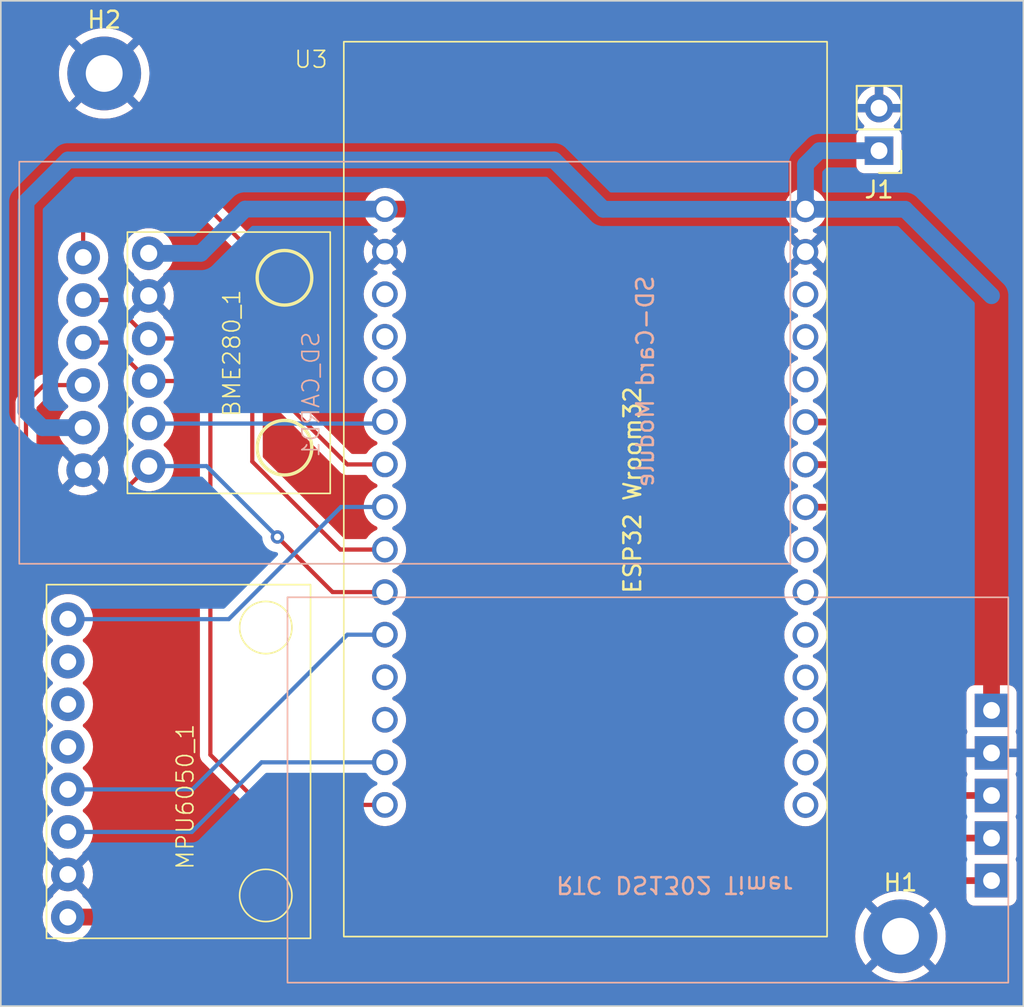
<source format=kicad_pcb>
(kicad_pcb (version 20221018) (generator pcbnew)
  (layers (0 "F.Cu" signal) (31 "B.Cu" signal) (34 "B.Paste" user) (35 "F.Paste" user) (36 "B.SilkS" user "B.Silkscreen") (37 "F.SilkS" user "F.Silkscreen") (38 "B.Mask" user) (39 "F.Mask" user) (44 "Edge.Cuts" user))
  (net 0 "")
  (net 1 "+3V3")
  (net 2 "GND")
  (net 3 "/SCK")
  (net 4 "/MOSI")
  (net 5 "/BME_CS")
  (net 6 "/MISO")
  (net 7 "/SCL")
  (net 8 "/SDA")
  (net 11 "/MPU_ADD")
  (net 12 "/MPU_INT")
  (net 13 "+5V")
  (net 14 "/RTC_CLK")
  (net 15 "/RTC_DAT")
  (net 16 "/RTC_RST")
  (net 17 "/SD_CS")
  (footprint "Adafruit_Sensors:MPU6050" (layer "F.Cu") (at 133.725 106.955 90)
    (fp_text reference "MPU6050_1" (at 8.455 8.275 90 unlocked) (layer "F.SilkS") (effects (font (thickness 0.1))))
    (fp_text value "~")
    (fp_rect (start 0 0) (end 21.11 15.75) (stroke (width 0.1)) (fill none) (layer "F.SilkS"))
    (fp_circle (center 2.56 13.08) (end 4.12 13.08) (stroke (width 0.1)) (fill none) (layer "F.SilkS"))
    (fp_circle (center 18.55 13.08) (end 20.11 13.08) (stroke (width 0.1)) (fill none) (layer "F.SilkS"))
    (pad "1" thru_hole circle (at 1.27 1.27 90) (size 2 2) (drill 1) (layers "*.Cu" "*.Mask") (net 1 "+3V3"))
    (pad "2" thru_hole circle (at 3.81 1.27 90) (size 2 2) (drill 1) (layers "*.Cu" "*.Mask") (net 2 "GND"))
    (pad "3" thru_hole circle (at 6.35 1.27 90) (size 2 2) (drill 1) (layers "*.Cu" "*.Mask") (net 7 "/SCL"))
    (pad "4" thru_hole circle (at 8.89 1.27 90) (size 2 2) (drill 1) (layers "*.Cu" "*.Mask") (net 8 "/SDA"))
    (pad "5" thru_hole circle (at 11.43 1.27 90) (size 2 2) (drill 1) (layers "*.Cu" "*.Mask"))
    (pad "6" thru_hole circle (at 13.97 1.27 90) (size 2 2) (drill 1) (layers "*.Cu" "*.Mask"))
    (pad "7" thru_hole circle (at 16.51 1.27 90) (size 2 2) (drill 1) (layers "*.Cu" "*.Mask") (net 11 "/MPU_ADD"))
    (pad "8" thru_hole circle (at 19.05 1.27 90) (size 2 2) (drill 1) (layers "*.Cu" "*.Mask") (net 12 "/MPU_INT"))
  )
  (footprint "Connector_PinHeader_2.54mm:PinHeader_1x02_P2.54mm_Vertical" (layer "F.Cu") (at 183.388 59.944 180)
    (fp_text reference "J1" (at 0 -2.33) (layer "F.SilkS"))
    (fp_text value "Conn_01x02_Pin")
    (fp_line (start -1.33 -1.33) (end 0 -1.33) (stroke (width 0.12)) (layer "F.SilkS"))
    (fp_line (start -1.33 0) (end -1.33 -1.33) (stroke (width 0.12)) (layer "F.SilkS"))
    (fp_line (start -1.33 1.27) (end -1.33 3.87) (stroke (width 0.12)) (layer "F.SilkS"))
    (fp_line (start -1.33 1.27) (end 1.33 1.27) (stroke (width 0.12)) (layer "F.SilkS"))
    (fp_line (start -1.33 3.87) (end 1.33 3.87) (stroke (width 0.12)) (layer "F.SilkS"))
    (fp_line (start 1.33 1.27) (end 1.33 3.87) (stroke (width 0.12)) (layer "F.SilkS"))
    (pad "1" thru_hole rect (at 0 0 180) (size 1.7 1.7) (drill 1) (layers "*.Cu" "*.Mask") (net 13 "+5V"))
    (pad "2" thru_hole oval (at 0 2.54 180) (size 1.7 1.7) (drill 1) (layers "*.Cu" "*.Mask") (net 2 "GND"))
  )
  (footprint "ESP32-C3-DEVKITC-02:ESP32-WROOM-32" (layer "F.Cu") (at 151.46 53.44)
    (fp_text reference "U3" (at -1.96 1.06 unlocked) (layer "F.SilkS") (effects (font (thickness 0.1))))
    (fp_text value "~")
    (fp_rect (start 0 0) (end 28.83 53.41) (stroke (width 0.1)) (fill none) (layer "F.SilkS"))
    (pad "1" thru_hole circle (at 2.45 9.99) (size 1.53 1.53) (drill 1.02) (layers "*.Cu" "*.Mask") (net 1 "+3V3"))
    (pad "2" thru_hole circle (at 2.45 12.53) (size 1.53 1.53) (drill 1.02) (layers "*.Cu" "*.Mask") (net 2 "GND"))
    (pad "3" thru_hole circle (at 2.45 15.07) (size 1.53 1.53) (drill 1.02) (layers "*.Cu" "*.Mask"))
    (pad "4" thru_hole circle (at 2.45 17.61) (size 1.53 1.53) (drill 1.02) (layers "*.Cu" "*.Mask"))
    (pad "5" thru_hole circle (at 2.45 20.15) (size 1.53 1.53) (drill 1.02) (layers "*.Cu" "*.Mask"))
    (pad "6" thru_hole circle (at 2.45 22.69) (size 1.53 1.53) (drill 1.02) (layers "*.Cu" "*.Mask") (net 5 "/BME_CS"))
    (pad "7" thru_hole circle (at 2.45 25.23) (size 1.53 1.53) (drill 1.02) (layers "*.Cu" "*.Mask") (net 17 "/SD_CS"))
    (pad "8" thru_hole circle (at 2.45 27.77) (size 1.53 1.53) (drill 1.02) (layers "*.Cu" "*.Mask") (net 12 "/MPU_INT"))
    (pad "9" thru_hole circle (at 2.45 30.31) (size 1.53 1.53) (drill 1.02) (layers "*.Cu" "*.Mask") (net 3 "/SCK"))
    (pad "10" thru_hole circle (at 2.45 32.85) (size 1.53 1.53) (drill 1.02) (layers "*.Cu" "*.Mask") (net 6 "/MISO"))
    (pad "11" thru_hole circle (at 2.45 35.39) (size 1.53 1.53) (drill 1.02) (layers "*.Cu" "*.Mask") (net 8 "/SDA"))
    (pad "12" thru_hole circle (at 2.45 37.93) (size 1.53 1.53) (drill 1.02) (layers "*.Cu" "*.Mask"))
    (pad "13" thru_hole circle (at 2.45 40.47) (size 1.53 1.53) (drill 1.02) (layers "*.Cu" "*.Mask"))
    (pad "14" thru_hole circle (at 2.45 43.01) (size 1.53 1.53) (drill 1.02) (layers "*.Cu" "*.Mask") (net 7 "/SCL"))
    (pad "15" thru_hole circle (at 2.45 45.55) (size 1.53 1.53) (drill 1.02) (layers "*.Cu" "*.Mask") (net 4 "/MOSI"))
    (pad "16" thru_hole circle (at 27.54 10) (size 1.53 1.53) (drill 1.02) (layers "*.Cu" "*.Mask") (net 13 "+5V"))
    (pad "17" thru_hole circle (at 27.54 12.54) (size 1.53 1.53) (drill 1.02) (layers "*.Cu" "*.Mask") (net 2 "GND"))
    (pad "18" thru_hole circle (at 27.54 15.08) (size 1.53 1.53) (drill 1.02) (layers "*.Cu" "*.Mask"))
    (pad "19" thru_hole circle (at 27.54 17.62) (size 1.53 1.53) (drill 1.02) (layers "*.Cu" "*.Mask"))
    (pad "20" thru_hole circle (at 27.54 20.16) (size 1.53 1.53) (drill 1.02) (layers "*.Cu" "*.Mask"))
    (pad "21" thru_hole circle (at 27.54 22.7) (size 1.53 1.53) (drill 1.02) (layers "*.Cu" "*.Mask") (net 14 "/RTC_CLK"))
    (pad "22" thru_hole circle (at 27.54 25.24) (size 1.53 1.53) (drill 1.02) (layers "*.Cu" "*.Mask") (net 15 "/RTC_DAT"))
    (pad "23" thru_hole circle (at 27.54 27.78) (size 1.53 1.53) (drill 1.02) (layers "*.Cu" "*.Mask") (net 16 "/RTC_RST"))
    (pad "24" thru_hole circle (at 27.54 30.32) (size 1.53 1.53) (drill 1.02) (layers "*.Cu" "*.Mask"))
    (pad "25" thru_hole circle (at 27.54 32.86) (size 1.53 1.53) (drill 1.02) (layers "*.Cu" "*.Mask"))
    (pad "26" thru_hole circle (at 27.54 35.4) (size 1.53 1.53) (drill 1.02) (layers "*.Cu" "*.Mask"))
    (pad "27" thru_hole circle (at 27.54 37.94) (size 1.53 1.53) (drill 1.02) (layers "*.Cu" "*.Mask"))
    (pad "28" thru_hole circle (at 27.54 40.48) (size 1.53 1.53) (drill 1.02) (layers "*.Cu" "*.Mask"))
    (pad "29" thru_hole circle (at 27.54 43.02) (size 1.53 1.53) (drill 1.02) (layers "*.Cu" "*.Mask"))
    (pad "30" thru_hole circle (at 27.54 45.56) (size 1.53 1.53) (drill 1.02) (layers "*.Cu" "*.Mask"))
  )
  (footprint "MountingHole:MountingHole_2.2mm_M2_Pad" (layer "F.Cu") (at 137.166726 55.333274)
    (fp_text reference "H2" (at 0 -3.2) (layer "F.SilkS"))
    (fp_text value "MountingHole_Pad")
    (pad "1" thru_hole circle (at 0 0) (size 4.4 4.4) (drill 2.2) (layers "*.Cu" "*.Mask") (net 2 "GND"))
  )
  (footprint "MountingHole:MountingHole_2.2mm_M2_Pad" (layer "F.Cu") (at 184.666726 106.833274)
    (fp_text reference "H1" (at 0 -3.2) (layer "F.SilkS"))
    (fp_text value "MountingHole_Pad")
    (pad "1" thru_hole circle (at 0 0) (size 4.4 4.4) (drill 2.2) (layers "*.Cu" "*.Mask") (net 2 "GND"))
  )
  (footprint "Adafruit_Sensors:BME280" (layer "F.Cu") (at 138.55 64.8 -90)
    (fp_text reference "BME280_1" (at 7.2344 -6.23 90 unlocked) (layer "F.SilkS") (effects (font (thickness 0.1))))
    (fp_text value "~")
    (fp_rect (start 15.6 -12.1) (end 0 0) (stroke (width 0.1)) (fill none) (layer "F.SilkS"))
    (fp_circle (center 2.73 -9.37) (end 4.36 -9.37) (stroke (width 0.2)) (fill none) (layer "F.SilkS"))
    (fp_circle (center 12.87 -9.37) (end 14.5 -9.37) (stroke (width 0.2)) (fill none) (layer "F.SilkS"))
    (pad "1" thru_hole circle (at 1.27 -1.27 270) (size 2 2) (drill 1.02) (layers "*.Cu" "*.Mask") (net 1 "+3V3"))
    (pad "2" thru_hole circle (at 3.81 -1.27 270) (size 2 2) (drill 1.02) (layers "*.Cu" "*.Mask") (net 2 "GND"))
    (pad "3" thru_hole circle (at 6.35 -1.27 270) (size 2 2) (drill 1.02) (layers "*.Cu" "*.Mask") (net 3 "/SCK"))
    (pad "4" thru_hole circle (at 8.89 -1.27 270) (size 2 2) (drill 1.02) (layers "*.Cu" "*.Mask") (net 4 "/MOSI"))
    (pad "5" thru_hole circle (at 11.43 -1.27 270) (size 2 2) (drill 1.02) (layers "*.Cu" "*.Mask") (net 5 "/BME_CS"))
    (pad "6" thru_hole circle (at 13.97 -1.27 270) (size 2 2) (drill 1.02) (layers "*.Cu" "*.Mask") (net 6 "/MISO"))
  )
  (footprint "Adafruit_Sensors:DS1302_RTC_MODULE" (layer "B.Cu") (at 148.1 86.6 -90)
    (fp_text reference "RTC_DS1302_1" hide)
    (fp_text value "~")
    (fp_rect (start 0 0) (end 23 -43) (stroke (width 0.1)) (fill none) (layer "B.SilkS"))
    (pad "1" thru_hole rect (at 6.75 -42 270) (size 2 2) (drill 1) (layers "*.Cu" "*.Mask") (net 13 "+5V"))
    (pad "2" thru_hole rect (at 9.29 -42 270) (size 2 2) (drill 1) (layers "*.Cu" "*.Mask") (net 2 "GND"))
    (pad "3" thru_hole rect (at 11.83 -42 270) (size 2 2) (drill 1) (layers "*.Cu" "*.Mask") (net 14 "/RTC_CLK"))
    (pad "4" thru_hole rect (at 14.37 -42 270) (size 2 2) (drill 1) (layers "*.Cu" "*.Mask") (net 15 "/RTC_DAT"))
    (pad "5" thru_hole rect (at 16.91 -42 270) (size 2 2) (drill 1) (layers "*.Cu" "*.Mask") (net 16 "/RTC_RST"))
  )
  (footprint "Adafruit_Sensors:SDCard" (layer "B.Cu") (at 132.1 60.6 -90)
    (fp_text reference "SD_CARD1" (at 13.9 -17.4 90 unlocked) (layer "B.SilkS") (effects (font (thickness 0.1)) (justify mirror)))
    (fp_text value "~")
    (fp_rect (start 0 0) (end 24 -46) (stroke (width 0.1)) (fill none) (layer "B.SilkS"))
    (pad "1" thru_hole circle (at 5.715 -3.81 270) (size 2 2) (drill 1) (layers "*.Cu" "*.Mask") (net 17 "/SD_CS"))
    (pad "2" thru_hole circle (at 8.255 -3.81 270) (size 2 2) (drill 1) (layers "*.Cu" "*.Mask") (net 3 "/SCK"))
    (pad "3" thru_hole circle (at 10.795 -3.81 270) (size 2 2) (drill 1) (layers "*.Cu" "*.Mask") (net 4 "/MOSI"))
    (pad "4" thru_hole circle (at 13.335 -3.81 270) (size 2 2) (drill 1) (layers "*.Cu" "*.Mask") (net 6 "/MISO"))
    (pad "5" thru_hole circle (at 15.875 -3.81 270) (size 2 2) (drill 1) (layers "*.Cu" "*.Mask") (net 13 "+5V"))
    (pad "6" thru_hole circle (at 18.415 -3.81 270) (size 2 2) (drill 1) (layers "*.Cu" "*.Mask") (net 2 "GND"))
  )
  (gr_rect (start 131 51) (end 192 111) (stroke (width 0.1)) (fill none) (layer "Edge.Cuts"))
  (gr_text "RTC DS1302 Timer " (at 164.0332 103.1748 180) (layer "B.SilkS") (effects (font (size 1 1)) (justify left bottom mirror)))
  (gr_text "SD-Card Module\n" (at 170.0276 67.31 90) (layer "B.SilkS") (effects (font (size 1 1)) (justify left bottom mirror)))
  (gr_text "ESP32 Wroom32 \n" (at 169.2656 86.4616 90) (layer "F.SilkS") (effects (font (size 1 1)) (justify left bottom)))
  (segment (start 154.315 105.685) (end 164.5 95.5) (width 1) (layer "F.Cu") (net 1))
  (segment (start 156.93 63.43) (end 153.91 63.43) (width 1) (layer "F.Cu") (net 1))
  (segment (start 134.995 105.685) (end 154.315 105.685) (width 1) (layer "F.Cu") (net 1))
  (segment (start 164.5 71) (end 156.93 63.43) (width 1) (layer "F.Cu") (net 1))
  (segment (start 164.5 95.5) (end 164.5 71) (width 1) (layer "F.Cu") (net 1))
  (segment (start 142.93 66.07) (end 145.57 63.43) (width 1) (layer "B.Cu") (net 1))
  (segment (start 145.57 63.43) (end 153.91 63.43) (width 1) (layer "B.Cu") (net 1))
  (segment (start 139.82 66.07) (end 142.93 66.07) (width 1) (layer "B.Cu") (net 1))
  (segment (start 151.25 83.75) (end 146 78.5) (width 0.25) (layer "F.Cu") (net 3))
  (segment (start 137.525 68.855) (end 139.82 71.15) (width 0.25) (layer "F.Cu") (net 3))
  (segment (start 146 78.5) (end 146 74.5) (width 0.25) (layer "F.Cu") (net 3))
  (segment (start 153.91 83.75) (end 151.25 83.75) (width 0.25) (layer "F.Cu") (net 3))
  (segment (start 135.91 68.855) (end 137.525 68.855) (width 0.25) (layer "F.Cu") (net 3))
  (segment (start 142.65 71.15) (end 139.82 71.15) (width 0.25) (layer "F.Cu") (net 3))
  (segment (start 146 74.5) (end 142.65 71.15) (width 0.25) (layer "F.Cu") (net 3))
  (segment (start 146.5 99) (end 143.5 96) (width 0.25) (layer "F.Cu") (net 4))
  (segment (start 142.19 73.69) (end 139.82 73.69) (width 0.25) (layer "F.Cu") (net 4))
  (segment (start 143.5 96) (end 143.5 75) (width 0.25) (layer "F.Cu") (net 4))
  (segment (start 153.91 98.99) (end 146.51 98.99) (width 0.25) (layer "F.Cu") (net 4))
  (segment (start 137.525 71.395) (end 139.82 73.69) (width 0.25) (layer "F.Cu") (net 4))
  (segment (start 146.51 98.99) (end 146.5 99) (width 0.25) (layer "F.Cu") (net 4))
  (segment (start 135.91 71.395) (end 137.525 71.395) (width 0.25) (layer "F.Cu") (net 4))
  (segment (start 143.5 75) (end 142.19 73.69) (width 0.25) (layer "F.Cu") (net 4))
  (segment (start 153.81 76.23) (end 153.91 76.13) (width 0.25) (layer "F.Cu") (net 5))
  (segment (start 153.81 76.23) (end 153.91 76.13) (width 0.25) (layer "B.Cu") (net 5))
  (segment (start 139.82 76.23) (end 153.81 76.23) (width 0.25) (layer "B.Cu") (net 5))
  (segment (start 139.82 78.77) (end 137.09 81.5) (width 0.25) (layer "F.Cu") (net 6))
  (segment (start 134.5 81.5) (end 132.5 79.5) (width 0.25) (layer "F.Cu") (net 6))
  (segment (start 147.5 83) (end 150.79 86.29) (width 0.25) (layer "F.Cu") (net 6))
  (segment (start 137.09 81.5) (end 134.5 81.5) (width 0.25) (layer "F.Cu") (net 6))
  (segment (start 150.79 86.29) (end 153.91 86.29) (width 0.25) (layer "F.Cu") (net 6))
  (segment (start 132.5 75) (end 133.565 73.935) (width 0.25) (layer "F.Cu") (net 6))
  (segment (start 133.565 73.935) (end 135.91 73.935) (width 0.25) (layer "F.Cu") (net 6))
  (segment (start 132.5 79.5) (end 132.5 75) (width 0.25) (layer "F.Cu") (net 6))
  (via (at 147.5 83) (size 0.8) (drill 0.4) (layers "F.Cu" "B.Cu") (net 6))
  (segment (start 143.27 78.77) (end 147.5 83) (width 0.25) (layer "B.Cu") (net 6))
  (segment (start 139.82 78.77) (end 143.27 78.77) (width 0.25) (layer "B.Cu") (net 6))
  (segment (start 142.395 100.605) (end 146.55 96.45) (width 0.25) (layer "B.Cu") (net 7))
  (segment (start 134.995 100.605) (end 142.395 100.605) (width 0.25) (layer "B.Cu") (net 7))
  (segment (start 146.55 96.45) (end 153.91 96.45) (width 0.25) (layer "B.Cu") (net 7))
  (segment (start 142.435 98.065) (end 134.995 98.065) (width 0.25) (layer "B.Cu") (net 8))
  (segment (start 153.91 88.83) (end 151.67 88.83) (width 0.25) (layer "B.Cu") (net 8))
  (segment (start 151.67 88.83) (end 142.435 98.065) (width 0.25) (layer "B.Cu") (net 8))
  (segment (start 134.995 87.905) (end 144.595 87.905) (width 0.25) (layer "B.Cu") (net 12))
  (segment (start 144.595 87.905) (end 151.29 81.21) (width 0.25) (layer "B.Cu") (net 12))
  (segment (start 151.29 81.21) (end 153.91 81.21) (width 0.25) (layer "B.Cu") (net 12))
  (segment (start 190.1 93.35) (end 190.1 68.6) (width 1) (layer "F.Cu") (net 13))
  (segment (start 190.1 68.6) (end 184.94 63.44) (width 1) (layer "B.Cu") (net 13))
  (segment (start 135 60.5) (end 164 60.5) (width 1) (layer "B.Cu") (net 13))
  (segment (start 179.832 59.944) (end 183.388 59.944) (width 1) (layer "B.Cu") (net 13))
  (segment (start 179 60.776) (end 179.832 59.944) (width 1) (layer "B.Cu") (net 13))
  (segment (start 166.94 63.44) (end 179 63.44) (width 1) (layer "B.Cu") (net 13))
  (segment (start 133.475 76.475) (end 132.5 75.5) (width 1) (layer "B.Cu") (net 13))
  (segment (start 179 63.44) (end 179 60.776) (width 1) (layer "B.Cu") (net 13))
  (segment (start 164 60.5) (end 166.94 63.44) (width 1) (layer "B.Cu") (net 13))
  (segment (start 184.94 63.44) (end 179 63.44) (width 1) (layer "B.Cu") (net 13))
  (segment (start 132.5 63) (end 135 60.5) (width 1) (layer "B.Cu") (net 13))
  (segment (start 135.91 76.475) (end 133.475 76.475) (width 1) (layer "B.Cu") (net 13))
  (segment (start 132.5 75.5) (end 132.5 63) (width 1) (layer "B.Cu") (net 13))
  (segment (start 186 80.5) (end 181.64 76.14) (width 0.4) (layer "F.Cu") (net 14))
  (segment (start 190.1 98.43) (end 187.93 98.43) (width 0.4) (layer "F.Cu") (net 14))
  (segment (start 181.64 76.14) (end 179 76.14) (width 0.4) (layer "F.Cu") (net 14))
  (segment (start 186 96.5) (end 186 80.5) (width 0.4) (layer "F.Cu") (net 14))
  (segment (start 187.93 98.43) (end 186 96.5) (width 0.4) (layer "F.Cu") (net 14))
  (segment (start 185 82) (end 185 99) (width 0.4) (layer "F.Cu") (net 15))
  (segment (start 179 78.68) (end 181.68 78.68) (width 0.4) (layer "F.Cu") (net 15))
  (segment (start 187.03 100.97) (end 190.1 100.97) (width 0.4) (layer "F.Cu") (net 15))
  (segment (start 181.68 78.68) (end 185 82) (width 0.4) (layer "F.Cu") (net 15))
  (segment (start 185 99) (end 187 101) (width 0.4) (layer "F.Cu") (net 15))
  (segment (start 187 101) (end 187.03 100.97) (width 0.4) (layer "F.Cu") (net 15))
  (segment (start 187.51 103.51) (end 183.5 99.5) (width 0.4) (layer "F.Cu") (net 16))
  (segment (start 181.72 81.22) (end 179 81.22) (width 0.4) (layer "F.Cu") (net 16))
  (segment (start 183.5 83) (end 181.72 81.22) (width 0.4) (layer "F.Cu") (net 16))
  (segment (start 183.5 99.5) (end 183.5 83) (width 0.4) (layer "F.Cu") (net 16))
  (segment (start 190.1 103.51) (end 187.51 103.51) (width 0.4) (layer "F.Cu") (net 16))
  (segment (start 148 75) (end 148 68) (width 0.25) (layer "F.Cu") (net 17))
  (segment (start 137 63) (end 135.91 64.09) (width 0.25) (layer "F.Cu") (net 17))
  (segment (start 143 63) (end 137 63) (width 0.25) (layer "F.Cu") (net 17))
  (segment (start 153.91 78.67) (end 151.67 78.67) (width 0.25) (layer "F.Cu") (net 17))
  (segment (start 148 68) (end 143 63) (width 0.25) (layer "F.Cu") (net 17))
  (segment (start 151.67 78.67) (end 148 75) (width 0.25) (layer "F.Cu") (net 17))
  (segment (start 135.91 64.09) (end 135.91 66.315) (width 0.25) (layer "F.Cu") (net 17))
  (zone (net 2) (net_name "GND") (layers "F&B.Cu") (connect_pads (clearance 0.5)) (min_thickness 0.25) (fill yes (thermal_gap 0.5) (thermal_bridge_width 0.5))
    (polygon (pts (xy 192 51) (xy 131 51) (xy 131 111) (xy 192 111)))
  )
)
</source>
